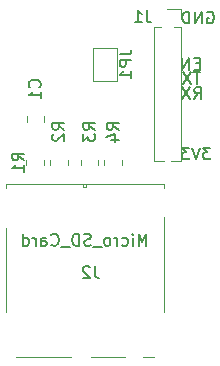
<source format=gbr>
%TF.GenerationSoftware,KiCad,Pcbnew,(6.0.5)*%
%TF.CreationDate,2023-03-06T17:13:13-03:00*%
%TF.ProjectId,ESP32_MicroSD,45535033-325f-44d6-9963-726f53442e6b,rev?*%
%TF.SameCoordinates,Original*%
%TF.FileFunction,Legend,Bot*%
%TF.FilePolarity,Positive*%
%FSLAX46Y46*%
G04 Gerber Fmt 4.6, Leading zero omitted, Abs format (unit mm)*
G04 Created by KiCad (PCBNEW (6.0.5)) date 2023-03-06 17:13:13*
%MOMM*%
%LPD*%
G01*
G04 APERTURE LIST*
%ADD10C,0.150000*%
%ADD11C,0.120000*%
G04 APERTURE END LIST*
D10*
X90861904Y-76400000D02*
X90957142Y-76352380D01*
X91100000Y-76352380D01*
X91242857Y-76400000D01*
X91338095Y-76495238D01*
X91385714Y-76590476D01*
X91433333Y-76780952D01*
X91433333Y-76923809D01*
X91385714Y-77114285D01*
X91338095Y-77209523D01*
X91242857Y-77304761D01*
X91100000Y-77352380D01*
X91004761Y-77352380D01*
X90861904Y-77304761D01*
X90814285Y-77257142D01*
X90814285Y-76923809D01*
X91004761Y-76923809D01*
X90385714Y-77352380D02*
X90385714Y-76352380D01*
X89814285Y-77352380D01*
X89814285Y-76352380D01*
X89338095Y-77352380D02*
X89338095Y-76352380D01*
X89100000Y-76352380D01*
X88957142Y-76400000D01*
X88861904Y-76495238D01*
X88814285Y-76590476D01*
X88766666Y-76780952D01*
X88766666Y-76923809D01*
X88814285Y-77114285D01*
X88861904Y-77209523D01*
X88957142Y-77304761D01*
X89100000Y-77352380D01*
X89338095Y-77352380D01*
X90238095Y-80728571D02*
X89904761Y-80728571D01*
X89761904Y-81252380D02*
X90238095Y-81252380D01*
X90238095Y-80252380D01*
X89761904Y-80252380D01*
X89333333Y-81252380D02*
X89333333Y-80252380D01*
X88761904Y-81252380D01*
X88761904Y-80252380D01*
X89766666Y-83752380D02*
X90100000Y-83276190D01*
X90338095Y-83752380D02*
X90338095Y-82752380D01*
X89957142Y-82752380D01*
X89861904Y-82800000D01*
X89814285Y-82847619D01*
X89766666Y-82942857D01*
X89766666Y-83085714D01*
X89814285Y-83180952D01*
X89861904Y-83228571D01*
X89957142Y-83276190D01*
X90338095Y-83276190D01*
X89433333Y-82752380D02*
X88766666Y-83752380D01*
X88766666Y-82752380D02*
X89433333Y-83752380D01*
X90261904Y-81452380D02*
X89690476Y-81452380D01*
X89976190Y-82452380D02*
X89976190Y-81452380D01*
X89452380Y-81452380D02*
X88785714Y-82452380D01*
X88785714Y-81452380D02*
X89452380Y-82452380D01*
X91138095Y-87852380D02*
X90519047Y-87852380D01*
X90852380Y-88233333D01*
X90709523Y-88233333D01*
X90614285Y-88280952D01*
X90566666Y-88328571D01*
X90519047Y-88423809D01*
X90519047Y-88661904D01*
X90566666Y-88757142D01*
X90614285Y-88804761D01*
X90709523Y-88852380D01*
X90995238Y-88852380D01*
X91090476Y-88804761D01*
X91138095Y-88757142D01*
X90233333Y-87852380D02*
X89900000Y-88852380D01*
X89566666Y-87852380D01*
X89328571Y-87852380D02*
X88709523Y-87852380D01*
X89042857Y-88233333D01*
X88900000Y-88233333D01*
X88804761Y-88280952D01*
X88757142Y-88328571D01*
X88709523Y-88423809D01*
X88709523Y-88661904D01*
X88757142Y-88757142D01*
X88804761Y-88804761D01*
X88900000Y-88852380D01*
X89185714Y-88852380D01*
X89280952Y-88804761D01*
X89328571Y-88757142D01*
%TO.C,J1*%
X85733333Y-76252380D02*
X85733333Y-76966666D01*
X85780952Y-77109523D01*
X85876190Y-77204761D01*
X86019047Y-77252380D01*
X86114285Y-77252380D01*
X84733333Y-77252380D02*
X85304761Y-77252380D01*
X85019047Y-77252380D02*
X85019047Y-76252380D01*
X85114285Y-76395238D01*
X85209523Y-76490476D01*
X85304761Y-76538095D01*
%TO.C,C1*%
X76657142Y-82745833D02*
X76704761Y-82698214D01*
X76752380Y-82555357D01*
X76752380Y-82460119D01*
X76704761Y-82317261D01*
X76609523Y-82222023D01*
X76514285Y-82174404D01*
X76323809Y-82126785D01*
X76180952Y-82126785D01*
X75990476Y-82174404D01*
X75895238Y-82222023D01*
X75800000Y-82317261D01*
X75752380Y-82460119D01*
X75752380Y-82555357D01*
X75800000Y-82698214D01*
X75847619Y-82745833D01*
X76752380Y-83698214D02*
X76752380Y-83126785D01*
X76752380Y-83412500D02*
X75752380Y-83412500D01*
X75895238Y-83317261D01*
X75990476Y-83222023D01*
X76038095Y-83126785D01*
%TO.C,R1*%
X75352380Y-88945833D02*
X74876190Y-88612500D01*
X75352380Y-88374404D02*
X74352380Y-88374404D01*
X74352380Y-88755357D01*
X74400000Y-88850595D01*
X74447619Y-88898214D01*
X74542857Y-88945833D01*
X74685714Y-88945833D01*
X74780952Y-88898214D01*
X74828571Y-88850595D01*
X74876190Y-88755357D01*
X74876190Y-88374404D01*
X75352380Y-89898214D02*
X75352380Y-89326785D01*
X75352380Y-89612500D02*
X74352380Y-89612500D01*
X74495238Y-89517261D01*
X74590476Y-89422023D01*
X74638095Y-89326785D01*
%TO.C,R3*%
X81352380Y-86345833D02*
X80876190Y-86012500D01*
X81352380Y-85774404D02*
X80352380Y-85774404D01*
X80352380Y-86155357D01*
X80400000Y-86250595D01*
X80447619Y-86298214D01*
X80542857Y-86345833D01*
X80685714Y-86345833D01*
X80780952Y-86298214D01*
X80828571Y-86250595D01*
X80876190Y-86155357D01*
X80876190Y-85774404D01*
X80352380Y-86679166D02*
X80352380Y-87298214D01*
X80733333Y-86964880D01*
X80733333Y-87107738D01*
X80780952Y-87202976D01*
X80828571Y-87250595D01*
X80923809Y-87298214D01*
X81161904Y-87298214D01*
X81257142Y-87250595D01*
X81304761Y-87202976D01*
X81352380Y-87107738D01*
X81352380Y-86822023D01*
X81304761Y-86726785D01*
X81257142Y-86679166D01*
%TO.C,R2*%
X78752380Y-86345833D02*
X78276190Y-86012500D01*
X78752380Y-85774404D02*
X77752380Y-85774404D01*
X77752380Y-86155357D01*
X77800000Y-86250595D01*
X77847619Y-86298214D01*
X77942857Y-86345833D01*
X78085714Y-86345833D01*
X78180952Y-86298214D01*
X78228571Y-86250595D01*
X78276190Y-86155357D01*
X78276190Y-85774404D01*
X77847619Y-86726785D02*
X77800000Y-86774404D01*
X77752380Y-86869642D01*
X77752380Y-87107738D01*
X77800000Y-87202976D01*
X77847619Y-87250595D01*
X77942857Y-87298214D01*
X78038095Y-87298214D01*
X78180952Y-87250595D01*
X78752380Y-86679166D01*
X78752380Y-87298214D01*
%TO.C,J2*%
X81333333Y-97902380D02*
X81333333Y-98616666D01*
X81380952Y-98759523D01*
X81476190Y-98854761D01*
X81619047Y-98902380D01*
X81714285Y-98902380D01*
X80904761Y-97997619D02*
X80857142Y-97950000D01*
X80761904Y-97902380D01*
X80523809Y-97902380D01*
X80428571Y-97950000D01*
X80380952Y-97997619D01*
X80333333Y-98092857D01*
X80333333Y-98188095D01*
X80380952Y-98330952D01*
X80952380Y-98902380D01*
X80333333Y-98902380D01*
X85714285Y-96162380D02*
X85714285Y-95162380D01*
X85380952Y-95876666D01*
X85047619Y-95162380D01*
X85047619Y-96162380D01*
X84571428Y-96162380D02*
X84571428Y-95495714D01*
X84571428Y-95162380D02*
X84619047Y-95210000D01*
X84571428Y-95257619D01*
X84523809Y-95210000D01*
X84571428Y-95162380D01*
X84571428Y-95257619D01*
X83666666Y-96114761D02*
X83761904Y-96162380D01*
X83952380Y-96162380D01*
X84047619Y-96114761D01*
X84095238Y-96067142D01*
X84142857Y-95971904D01*
X84142857Y-95686190D01*
X84095238Y-95590952D01*
X84047619Y-95543333D01*
X83952380Y-95495714D01*
X83761904Y-95495714D01*
X83666666Y-95543333D01*
X83238095Y-96162380D02*
X83238095Y-95495714D01*
X83238095Y-95686190D02*
X83190476Y-95590952D01*
X83142857Y-95543333D01*
X83047619Y-95495714D01*
X82952380Y-95495714D01*
X82476190Y-96162380D02*
X82571428Y-96114761D01*
X82619047Y-96067142D01*
X82666666Y-95971904D01*
X82666666Y-95686190D01*
X82619047Y-95590952D01*
X82571428Y-95543333D01*
X82476190Y-95495714D01*
X82333333Y-95495714D01*
X82238095Y-95543333D01*
X82190476Y-95590952D01*
X82142857Y-95686190D01*
X82142857Y-95971904D01*
X82190476Y-96067142D01*
X82238095Y-96114761D01*
X82333333Y-96162380D01*
X82476190Y-96162380D01*
X81952380Y-96257619D02*
X81190476Y-96257619D01*
X81000000Y-96114761D02*
X80857142Y-96162380D01*
X80619047Y-96162380D01*
X80523809Y-96114761D01*
X80476190Y-96067142D01*
X80428571Y-95971904D01*
X80428571Y-95876666D01*
X80476190Y-95781428D01*
X80523809Y-95733809D01*
X80619047Y-95686190D01*
X80809523Y-95638571D01*
X80904761Y-95590952D01*
X80952380Y-95543333D01*
X81000000Y-95448095D01*
X81000000Y-95352857D01*
X80952380Y-95257619D01*
X80904761Y-95210000D01*
X80809523Y-95162380D01*
X80571428Y-95162380D01*
X80428571Y-95210000D01*
X80000000Y-96162380D02*
X80000000Y-95162380D01*
X79761904Y-95162380D01*
X79619047Y-95210000D01*
X79523809Y-95305238D01*
X79476190Y-95400476D01*
X79428571Y-95590952D01*
X79428571Y-95733809D01*
X79476190Y-95924285D01*
X79523809Y-96019523D01*
X79619047Y-96114761D01*
X79761904Y-96162380D01*
X80000000Y-96162380D01*
X79238095Y-96257619D02*
X78476190Y-96257619D01*
X77666666Y-96067142D02*
X77714285Y-96114761D01*
X77857142Y-96162380D01*
X77952380Y-96162380D01*
X78095238Y-96114761D01*
X78190476Y-96019523D01*
X78238095Y-95924285D01*
X78285714Y-95733809D01*
X78285714Y-95590952D01*
X78238095Y-95400476D01*
X78190476Y-95305238D01*
X78095238Y-95210000D01*
X77952380Y-95162380D01*
X77857142Y-95162380D01*
X77714285Y-95210000D01*
X77666666Y-95257619D01*
X76809523Y-96162380D02*
X76809523Y-95638571D01*
X76857142Y-95543333D01*
X76952380Y-95495714D01*
X77142857Y-95495714D01*
X77238095Y-95543333D01*
X76809523Y-96114761D02*
X76904761Y-96162380D01*
X77142857Y-96162380D01*
X77238095Y-96114761D01*
X77285714Y-96019523D01*
X77285714Y-95924285D01*
X77238095Y-95829047D01*
X77142857Y-95781428D01*
X76904761Y-95781428D01*
X76809523Y-95733809D01*
X76333333Y-96162380D02*
X76333333Y-95495714D01*
X76333333Y-95686190D02*
X76285714Y-95590952D01*
X76238095Y-95543333D01*
X76142857Y-95495714D01*
X76047619Y-95495714D01*
X75285714Y-96162380D02*
X75285714Y-95162380D01*
X75285714Y-96114761D02*
X75380952Y-96162380D01*
X75571428Y-96162380D01*
X75666666Y-96114761D01*
X75714285Y-96067142D01*
X75761904Y-95971904D01*
X75761904Y-95686190D01*
X75714285Y-95590952D01*
X75666666Y-95543333D01*
X75571428Y-95495714D01*
X75380952Y-95495714D01*
X75285714Y-95543333D01*
%TO.C,R4*%
X83352380Y-86345833D02*
X82876190Y-86012500D01*
X83352380Y-85774404D02*
X82352380Y-85774404D01*
X82352380Y-86155357D01*
X82400000Y-86250595D01*
X82447619Y-86298214D01*
X82542857Y-86345833D01*
X82685714Y-86345833D01*
X82780952Y-86298214D01*
X82828571Y-86250595D01*
X82876190Y-86155357D01*
X82876190Y-85774404D01*
X82685714Y-87202976D02*
X83352380Y-87202976D01*
X82304761Y-86964880D02*
X83019047Y-86726785D01*
X83019047Y-87345833D01*
%TO.C,JP1*%
X83452380Y-79966666D02*
X84166666Y-79966666D01*
X84309523Y-79919047D01*
X84404761Y-79823809D01*
X84452380Y-79680952D01*
X84452380Y-79585714D01*
X84452380Y-80442857D02*
X83452380Y-80442857D01*
X83452380Y-80823809D01*
X83500000Y-80919047D01*
X83547619Y-80966666D01*
X83642857Y-81014285D01*
X83785714Y-81014285D01*
X83880952Y-80966666D01*
X83928571Y-80919047D01*
X83976190Y-80823809D01*
X83976190Y-80442857D01*
X84452380Y-81966666D02*
X84452380Y-81395238D01*
X84452380Y-81680952D02*
X83452380Y-81680952D01*
X83595238Y-81585714D01*
X83690476Y-81490476D01*
X83738095Y-81395238D01*
D11*
%TO.C,J1*%
X88610000Y-89025000D02*
X87807530Y-89025000D01*
X88610000Y-77660000D02*
X88063471Y-77660000D01*
X88610000Y-77660000D02*
X88610000Y-89025000D01*
X88610000Y-76900000D02*
X88610000Y-76140000D01*
X86936529Y-77660000D02*
X86390000Y-77660000D01*
X86390000Y-77660000D02*
X86390000Y-89025000D01*
X87192470Y-89025000D02*
X86390000Y-89025000D01*
X88610000Y-76140000D02*
X87500000Y-76140000D01*
%TO.C,C1*%
X77035000Y-85673752D02*
X77035000Y-85151248D01*
X75565000Y-85673752D02*
X75565000Y-85151248D01*
%TO.C,R1*%
X75540000Y-88885436D02*
X75540000Y-89339564D01*
X77010000Y-88885436D02*
X77010000Y-89339564D01*
%TO.C,R3*%
X80165000Y-88885436D02*
X80165000Y-89339564D01*
X81635000Y-88885436D02*
X81635000Y-89339564D01*
%TO.C,R2*%
X77565000Y-88885436D02*
X77565000Y-89339564D01*
X79035000Y-88885436D02*
X79035000Y-89339564D01*
%TO.C,J2*%
X86327036Y-105552500D02*
X85414896Y-105552500D01*
X80373000Y-91201500D02*
X80373000Y-90947500D01*
X73823001Y-101743059D02*
X73823001Y-94704240D01*
X87176999Y-90947500D02*
X87176999Y-91242360D01*
X83925103Y-105552500D02*
X81010523Y-105552500D01*
X80627000Y-90947500D02*
X80627000Y-91201500D01*
X73823001Y-91244760D02*
X73823001Y-90947500D01*
X80373000Y-90947500D02*
X80627000Y-90947500D01*
X87176999Y-93736640D02*
X87176999Y-101743059D01*
X79369478Y-105552500D02*
X74672964Y-105552500D01*
X73823001Y-90947500D02*
X87176999Y-90947500D01*
X80627000Y-91201500D02*
X80373000Y-91201500D01*
%TO.C,R4*%
X83635000Y-88885436D02*
X83635000Y-89339564D01*
X82165000Y-88885436D02*
X82165000Y-89339564D01*
%TO.C,JP1*%
X81200000Y-82200000D02*
X83200000Y-82200000D01*
X83200000Y-79400000D02*
X81200000Y-79400000D01*
X81200000Y-79400000D02*
X81200000Y-82200000D01*
X83200000Y-82200000D02*
X83200000Y-79400000D01*
%TD*%
M02*

</source>
